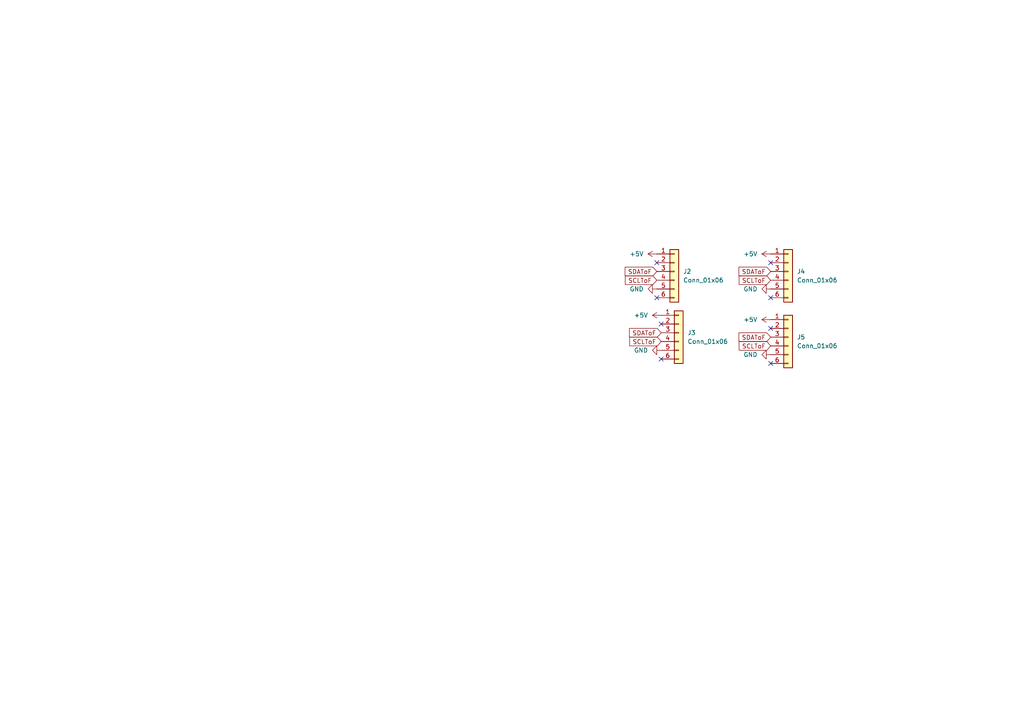
<source format=kicad_sch>
(kicad_sch (version 20231120) (generator "eeschema") (generator_version "8.0")
  (paper "A4")
  (lib_symbols
    (symbol "Connector_Generic:Conn_01x06" (pin_names (offset 1.016) hide)
      (property "Reference" "J" (at 0 7.62 0))
      (property "Value" "Conn_01x06" (at 0 -10.16 0))
      (symbol "Conn_01x06_1_1"
        (rectangle (start -1.27 -7.493) (end 0 -7.747) (stroke (width 0.1524)))
        (rectangle (start -1.27 -4.953) (end 0 -5.207) (stroke (width 0.1524)))
        (rectangle (start -1.27 -2.413) (end 0 -2.667) (stroke (width 0.1524)))
        (rectangle (start -1.27 0.127) (end 0 -0.127) (stroke (width 0.1524)))
        (rectangle (start -1.27 2.667) (end 0 2.413) (stroke (width 0.1524)))
        (rectangle (start -1.27 5.207) (end 0 4.953) (stroke (width 0.1524)))
        (rectangle (start -1.27 6.35) (end 1.27 -8.89) (stroke (width 0.254)) (fill (type background)))
        (pin passive line (at -5.08 5.08 0) (length 3.81) (name "Pin_1") (number "1"))
        (pin passive line (at -5.08 2.54 0) (length 3.81) (name "Pin_2") (number "2"))
        (pin passive line (at -5.08 0 0) (length 3.81) (name "Pin_3") (number "3"))
        (pin passive line (at -5.08 -2.54 0) (length 3.81) (name "Pin_4") (number "4"))
        (pin passive line (at -5.08 -5.08 0) (length 3.81) (name "Pin_5") (number "5"))
        (pin passive line (at -5.08 -7.62 0) (length 3.81) (name "Pin_6") (number "6"))
      )
    )
    (symbol "power:+5V" (power) (pin_names (offset 0))
      (property "Value" "+5V" (at 0 3.556 0))
      (symbol "+5V_0_1"
        (polyline (pts (xy -0.762 1.27) (xy 0 2.54)))
        (polyline (pts (xy 0 0) (xy 0 2.54)))
        (polyline (pts (xy 0 2.54) (xy 0.762 1.27)))
      )
      (symbol "+5V_1_1"
        (pin power_in line (at 0 0 90) (length 0) hide (name "+5V") (number "1"))
      )
    )
    (symbol "power:GND" (power) (pin_names (offset 0))
      (property "Value" "GND" (at 0 -3.81 0))
      (symbol "GND_0_1"
        (polyline (pts (xy 0 0) (xy 0 -1.27) (xy 1.27 -1.27) (xy 0 -2.54) (xy -1.27 -1.27) (xy 0 -1.27)))
      )
      (symbol "GND_1_1"
        (pin power_in line (at 0 0 270) (length 0) hide (name "GND") (number "1"))
      )
    )
  )
  (no_connect (at 223.52 95.25))
  (no_connect (at 191.77 104.14))
  (no_connect (at 223.52 86.36))
  (no_connect (at 190.5 76.2))
  (no_connect (at 223.52 76.2))
  (no_connect (at 191.77 93.98))
  (no_connect (at 223.52 105.41))
  (no_connect (at 190.5 86.36))
  (global_label "SCLToF" (shape input) (at 191.77 99.06 180) (property "Intersheetrefs" "${INTERSHEET_REFS}" (effects (hide yes))))
  (global_label "SDAToF" (shape input) (at 223.52 97.79 180) (property "Intersheetrefs" "${INTERSHEET_REFS}" (effects (hide yes))))
  (global_label "SCLToF" (shape input) (at 223.52 81.28 180) (property "Intersheetrefs" "${INTERSHEET_REFS}" (effects (hide yes))))
  (global_label "SCLToF" (shape input) (at 223.52 100.33 180) (property "Intersheetrefs" "${INTERSHEET_REFS}" (effects (hide yes))))
  (global_label "SDAToF" (shape input) (at 191.77 96.52 180) (property "Intersheetrefs" "${INTERSHEET_REFS}" (effects (hide yes))))
  (global_label "SCLToF" (shape input) (at 190.5 81.28 180) (property "Intersheetrefs" "${INTERSHEET_REFS}" (effects (hide yes))))
  (global_label "SDAToF" (shape input) (at 223.52 78.74 180) (property "Intersheetrefs" "${INTERSHEET_REFS}" (effects (hide yes))))
  (global_label "SDAToF" (shape input) (at 190.5 78.74 180) (property "Intersheetrefs" "${INTERSHEET_REFS}" (effects (hide yes))))
  (symbol (lib_id "power:+5V") (at 223.52 73.66 90) (unit 1)
    (property "Reference" "#PWR026" (effects (hide yes)))
    (property "Value" "+5V" (at 219.71 73.66 90) (effects (justify left)))
  )
  (symbol (lib_id "power:+5V") (at 190.5 73.66 90) (unit 1)
    (property "Reference" "#PWR021" (effects (hide yes)))
    (property "Value" "+5V" (at 186.69 73.66 90) (effects (justify left)))
  )
  (symbol (lib_id "power:GND") (at 223.52 102.87 270) (unit 1)
    (property "Reference" "#PWR029" (effects (hide yes)))
    (property "Value" "GND" (at 219.71 102.87 90) (effects (justify right)))
  )
  (symbol (lib_id "Connector_Generic:Conn_01x06") (at 228.6 97.79 0) (unit 1)
    (property "Reference" "J5" (at 231.14 97.7899 0) (effects (justify left)))
    (property "Value" "Conn_01x06" (at 231.14 100.3299 0) (effects (justify left)))
    (property "Footprint" "Connector_PinHeader_2.54mm:PinHeader_1x06_P2.54mm_Vertical" (effects (hide yes)))
    (property "Description" "Generic connector, single row, 01x06, script generated (kicad-library-utils/schlib/autogen/connector/)" (effects (hide yes)))
  )
  (symbol (lib_id "power:+5V") (at 223.52 92.71 90) (unit 1)
    (property "Reference" "#PWR028" (effects (hide yes)))
    (property "Value" "+5V" (at 219.71 92.71 90) (effects (justify left)))
  )
  (symbol (lib_id "power:GND") (at 223.52 83.82 270) (unit 1)
    (property "Reference" "#PWR027" (effects (hide yes)))
    (property "Value" "GND" (at 219.71 83.82 90) (effects (justify right)))
  )
  (symbol (lib_id "Connector_Generic:Conn_01x06") (at 228.6 78.74 0) (unit 1)
    (property "Reference" "J4" (at 231.14 78.7399 0) (effects (justify left)))
    (property "Value" "Conn_01x06" (at 231.14 81.2799 0) (effects (justify left)))
    (property "Footprint" "Connector_PinHeader_2.54mm:PinHeader_1x06_P2.54mm_Vertical" (effects (hide yes)))
    (property "Description" "Generic connector, single row, 01x06, script generated (kicad-library-utils/schlib/autogen/connector/)" (effects (hide yes)))
  )
  (symbol (lib_id "power:GND") (at 190.5 83.82 270) (unit 1)
    (property "Reference" "#PWR022" (effects (hide yes)))
    (property "Value" "GND" (at 186.69 83.82 90) (effects (justify right)))
  )
  (symbol (lib_id "Connector_Generic:Conn_01x06") (at 195.58 78.74 0) (unit 1)
    (property "Reference" "J2" (at 198.12 78.7399 0) (effects (justify left)))
    (property "Value" "Conn_01x06" (at 198.12 81.2799 0) (effects (justify left)))
    (property "Footprint" "Connector_PinHeader_2.54mm:PinHeader_1x06_P2.54mm_Vertical" (effects (hide yes)))
    (property "Description" "Generic connector, single row, 01x06, script generated (kicad-library-utils/schlib/autogen/connector/)" (effects (hide yes)))
  )
  (symbol (lib_id "power:GND") (at 191.77 101.6 270) (unit 1)
    (property "Reference" "#PWR025" (effects (hide yes)))
    (property "Value" "GND" (at 187.96 101.6 90) (effects (justify right)))
  )
  (symbol (lib_id "power:+5V") (at 191.77 91.44 90) (unit 1)
    (property "Reference" "#PWR024" (effects (hide yes)))
    (property "Value" "+5V" (at 187.96 91.44 90) (effects (justify left)))
  )
  (symbol (lib_id "Connector_Generic:Conn_01x06") (at 196.85 96.52 0) (unit 1)
    (property "Reference" "J3" (at 199.39 96.5199 0) (effects (justify left)))
    (property "Value" "Conn_01x06" (at 199.39 99.0599 0) (effects (justify left)))
    (property "Footprint" "Connector_PinHeader_2.54mm:PinHeader_1x06_P2.54mm_Vertical" (effects (hide yes)))
    (property "Description" "Generic connector, single row, 01x06, script generated (kicad-library-utils/schlib/autogen/connector/)" (effects (hide yes)))
  )
)
</source>
